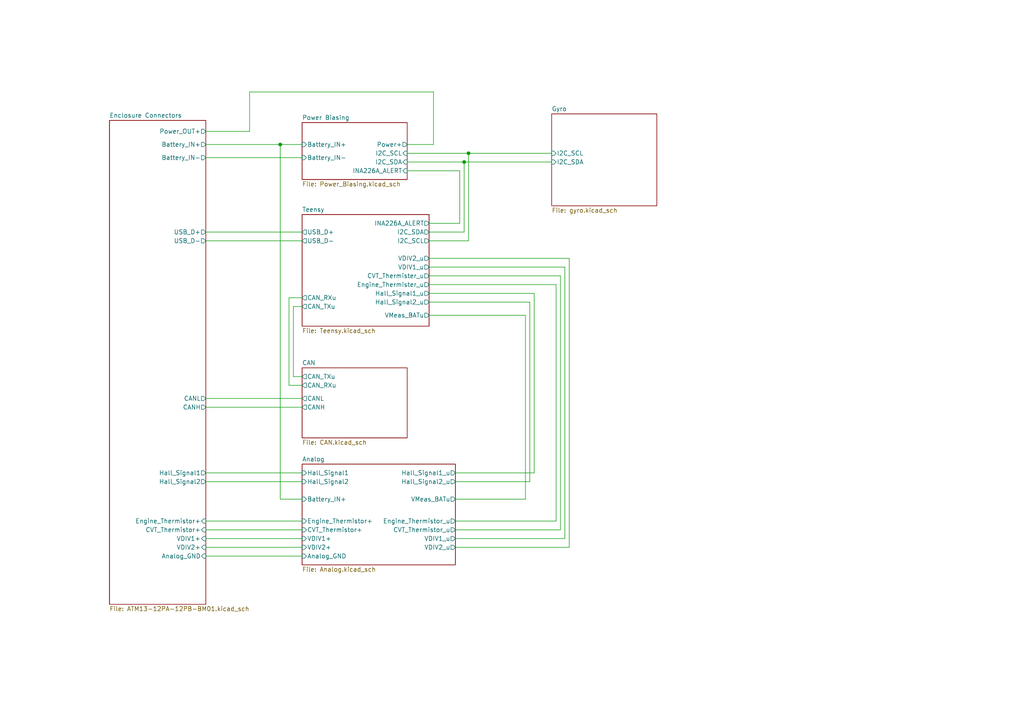
<source format=kicad_sch>
(kicad_sch
	(version 20231120)
	(generator "eeschema")
	(generator_version "8.0")
	(uuid "11737956-c422-45b5-a9a0-ee63a853502c")
	(paper "A4")
	(title_block
		(title "TeensyDAQ")
		(date "2025-01-04")
		(rev "0")
		(company "Tommie Motorsports")
	)
	(lib_symbols)
	(junction
		(at 134.62 46.99)
		(diameter 0)
		(color 0 0 0 0)
		(uuid "02fbbc0d-4b2e-44e3-91b3-2336a6cbba41")
	)
	(junction
		(at 81.28 41.91)
		(diameter 0)
		(color 0 0 0 0)
		(uuid "7da7c1cd-15a0-45f3-9ff8-6c2bd8fe333e")
	)
	(junction
		(at 135.89 44.45)
		(diameter 0)
		(color 0 0 0 0)
		(uuid "a7fa5a48-5431-4584-95f9-cd2d1199f578")
	)
	(wire
		(pts
			(xy 133.35 49.53) (xy 118.11 49.53)
		)
		(stroke
			(width 0)
			(type default)
		)
		(uuid "09762910-6505-4e3a-b90b-96a1aa95f56a")
	)
	(wire
		(pts
			(xy 85.09 109.22) (xy 87.63 109.22)
		)
		(stroke
			(width 0)
			(type default)
		)
		(uuid "1112a2db-86e4-4ca7-b257-bbe0dddc49d3")
	)
	(wire
		(pts
			(xy 153.67 87.63) (xy 153.67 139.7)
		)
		(stroke
			(width 0)
			(type default)
		)
		(uuid "14da60ea-c5f3-4f2f-97b2-66b7d6a09f95")
	)
	(wire
		(pts
			(xy 152.4 144.78) (xy 152.4 91.44)
		)
		(stroke
			(width 0)
			(type default)
		)
		(uuid "1bfd4ab2-65be-4d4d-92a1-aa2358330c86")
	)
	(wire
		(pts
			(xy 161.29 82.55) (xy 161.29 151.13)
		)
		(stroke
			(width 0)
			(type default)
		)
		(uuid "1c1aca25-b76d-4b12-a402-514b8275e450")
	)
	(wire
		(pts
			(xy 59.69 156.21) (xy 87.63 156.21)
		)
		(stroke
			(width 0)
			(type default)
		)
		(uuid "2207468b-ed21-4c85-be55-e7c2a3adccd7")
	)
	(wire
		(pts
			(xy 81.28 144.78) (xy 81.28 41.91)
		)
		(stroke
			(width 0)
			(type default)
		)
		(uuid "2714c778-f142-42e0-8a15-46fa97dc1eb3")
	)
	(wire
		(pts
			(xy 134.62 46.99) (xy 160.02 46.99)
		)
		(stroke
			(width 0)
			(type default)
		)
		(uuid "29b94ffb-da4e-4555-9eff-4bae0c244db1")
	)
	(wire
		(pts
			(xy 59.69 161.29) (xy 87.63 161.29)
		)
		(stroke
			(width 0)
			(type default)
		)
		(uuid "2b916b30-a798-45ea-af66-ca499cd5bd01")
	)
	(wire
		(pts
			(xy 154.94 137.16) (xy 154.94 85.09)
		)
		(stroke
			(width 0)
			(type default)
		)
		(uuid "3037e9ed-a613-42c8-956d-55db64d870a9")
	)
	(wire
		(pts
			(xy 132.08 158.75) (xy 165.1 158.75)
		)
		(stroke
			(width 0)
			(type default)
		)
		(uuid "39d611b1-c755-43e7-9329-eae88132e670")
	)
	(wire
		(pts
			(xy 124.46 82.55) (xy 161.29 82.55)
		)
		(stroke
			(width 0)
			(type default)
		)
		(uuid "3afd3b7f-acca-4f20-9125-78109d305803")
	)
	(wire
		(pts
			(xy 124.46 77.47) (xy 163.83 77.47)
		)
		(stroke
			(width 0)
			(type default)
		)
		(uuid "3f9c592d-58d4-490c-b8c5-f2bbbdc48ee9")
	)
	(wire
		(pts
			(xy 59.69 69.85) (xy 87.63 69.85)
		)
		(stroke
			(width 0)
			(type default)
		)
		(uuid "479343e7-f7a4-4c21-adf6-6ec51a224176")
	)
	(wire
		(pts
			(xy 87.63 86.36) (xy 83.82 86.36)
		)
		(stroke
			(width 0)
			(type default)
		)
		(uuid "48fc77a4-2030-435e-844a-a6dc8e7ec725")
	)
	(wire
		(pts
			(xy 59.69 41.91) (xy 81.28 41.91)
		)
		(stroke
			(width 0)
			(type default)
		)
		(uuid "4f5bb518-b738-424d-9900-93b04610768c")
	)
	(wire
		(pts
			(xy 59.69 38.1) (xy 72.39 38.1)
		)
		(stroke
			(width 0)
			(type default)
		)
		(uuid "53b757ea-7271-417c-8f42-4f2bbe6ae01b")
	)
	(wire
		(pts
			(xy 118.11 46.99) (xy 134.62 46.99)
		)
		(stroke
			(width 0)
			(type default)
		)
		(uuid "5411bfee-f778-495d-8f2d-50e8a5444ffc")
	)
	(wire
		(pts
			(xy 59.69 118.11) (xy 87.63 118.11)
		)
		(stroke
			(width 0)
			(type default)
		)
		(uuid "541cf35e-7781-4592-b829-c47b9d0f76ce")
	)
	(wire
		(pts
			(xy 59.69 67.31) (xy 87.63 67.31)
		)
		(stroke
			(width 0)
			(type default)
		)
		(uuid "5598218c-c314-4a84-acd0-020523db847a")
	)
	(wire
		(pts
			(xy 124.46 69.85) (xy 135.89 69.85)
		)
		(stroke
			(width 0)
			(type default)
		)
		(uuid "64c60698-d617-48a4-9637-68ac963cb70b")
	)
	(wire
		(pts
			(xy 59.69 115.57) (xy 87.63 115.57)
		)
		(stroke
			(width 0)
			(type default)
		)
		(uuid "67908a61-3265-42d8-8676-1c68011a3909")
	)
	(wire
		(pts
			(xy 59.69 158.75) (xy 87.63 158.75)
		)
		(stroke
			(width 0)
			(type default)
		)
		(uuid "6b7d6ab0-2e0c-443d-a6d5-9034987a1665")
	)
	(wire
		(pts
			(xy 125.73 41.91) (xy 118.11 41.91)
		)
		(stroke
			(width 0)
			(type default)
		)
		(uuid "6bcf2285-ada6-4611-ba2f-2fc97ca59b6b")
	)
	(wire
		(pts
			(xy 132.08 137.16) (xy 154.94 137.16)
		)
		(stroke
			(width 0)
			(type default)
		)
		(uuid "6bd1ad3b-b1f6-4d31-87e4-3ded95e37871")
	)
	(wire
		(pts
			(xy 83.82 111.76) (xy 87.63 111.76)
		)
		(stroke
			(width 0)
			(type default)
		)
		(uuid "6ce2d84b-66db-46b2-94fe-d3bf44230cc9")
	)
	(wire
		(pts
			(xy 132.08 144.78) (xy 152.4 144.78)
		)
		(stroke
			(width 0)
			(type default)
		)
		(uuid "6d84ba45-2b69-4696-9e5c-9f984181ecad")
	)
	(wire
		(pts
			(xy 59.69 45.72) (xy 87.63 45.72)
		)
		(stroke
			(width 0)
			(type default)
		)
		(uuid "709048fd-4cbf-4209-b485-eadcff09b6b8")
	)
	(wire
		(pts
			(xy 134.62 46.99) (xy 134.62 67.31)
		)
		(stroke
			(width 0)
			(type default)
		)
		(uuid "7246cd52-9212-4cef-a293-6e2817058309")
	)
	(wire
		(pts
			(xy 59.69 153.67) (xy 87.63 153.67)
		)
		(stroke
			(width 0)
			(type default)
		)
		(uuid "7bd7b519-19b6-4727-bef8-a0f4b2e6c03f")
	)
	(wire
		(pts
			(xy 133.35 64.77) (xy 133.35 49.53)
		)
		(stroke
			(width 0)
			(type default)
		)
		(uuid "8cb43dc4-fed2-49e5-b625-c9514812cba1")
	)
	(wire
		(pts
			(xy 132.08 153.67) (xy 162.56 153.67)
		)
		(stroke
			(width 0)
			(type default)
		)
		(uuid "90b261fe-054e-40bf-ab39-406ef535f860")
	)
	(wire
		(pts
			(xy 87.63 144.78) (xy 81.28 144.78)
		)
		(stroke
			(width 0)
			(type default)
		)
		(uuid "90c8971e-3a57-4286-9063-f077437c47b4")
	)
	(wire
		(pts
			(xy 59.69 137.16) (xy 87.63 137.16)
		)
		(stroke
			(width 0)
			(type default)
		)
		(uuid "99938c06-47e6-4f10-bce5-d3fd52886f7d")
	)
	(wire
		(pts
			(xy 165.1 74.93) (xy 124.46 74.93)
		)
		(stroke
			(width 0)
			(type default)
		)
		(uuid "9cb5daf6-4ea0-4713-813c-234b6e399059")
	)
	(wire
		(pts
			(xy 135.89 44.45) (xy 118.11 44.45)
		)
		(stroke
			(width 0)
			(type default)
		)
		(uuid "9fa2f20e-831b-466c-ba18-8d726fef67c1")
	)
	(wire
		(pts
			(xy 83.82 86.36) (xy 83.82 111.76)
		)
		(stroke
			(width 0)
			(type default)
		)
		(uuid "a68476cb-f56d-4157-8a43-70ec1b133f09")
	)
	(wire
		(pts
			(xy 81.28 41.91) (xy 87.63 41.91)
		)
		(stroke
			(width 0)
			(type default)
		)
		(uuid "aa147d79-727a-4518-a456-9e004ee8ce57")
	)
	(wire
		(pts
			(xy 59.69 151.13) (xy 87.63 151.13)
		)
		(stroke
			(width 0)
			(type default)
		)
		(uuid "aa7faa7c-b9e7-429c-8014-e1e061cf4635")
	)
	(wire
		(pts
			(xy 165.1 158.75) (xy 165.1 74.93)
		)
		(stroke
			(width 0)
			(type default)
		)
		(uuid "aba5bfe5-535d-47d4-b426-313eeb3fa239")
	)
	(wire
		(pts
			(xy 163.83 77.47) (xy 163.83 156.21)
		)
		(stroke
			(width 0)
			(type default)
		)
		(uuid "ad61bec8-5412-4d54-aee8-38287ca74304")
	)
	(wire
		(pts
			(xy 163.83 156.21) (xy 132.08 156.21)
		)
		(stroke
			(width 0)
			(type default)
		)
		(uuid "b165234b-4ff6-4ef3-a949-a6a08bfe07a9")
	)
	(wire
		(pts
			(xy 125.73 26.67) (xy 125.73 41.91)
		)
		(stroke
			(width 0)
			(type default)
		)
		(uuid "b567af38-2bde-4f1f-aba5-c14e45061ee3")
	)
	(wire
		(pts
			(xy 85.09 88.9) (xy 85.09 109.22)
		)
		(stroke
			(width 0)
			(type default)
		)
		(uuid "b625ee4a-994d-4a9e-9092-09a87fa00369")
	)
	(wire
		(pts
			(xy 134.62 67.31) (xy 124.46 67.31)
		)
		(stroke
			(width 0)
			(type default)
		)
		(uuid "b98dd7af-de67-49a5-a39d-a871474edcf6")
	)
	(wire
		(pts
			(xy 124.46 85.09) (xy 154.94 85.09)
		)
		(stroke
			(width 0)
			(type default)
		)
		(uuid "ba933eb3-bf28-42ff-bb93-2b6f58dd9201")
	)
	(wire
		(pts
			(xy 124.46 64.77) (xy 133.35 64.77)
		)
		(stroke
			(width 0)
			(type default)
		)
		(uuid "bae15bc2-17f8-48db-b7eb-0f2ebc122f6f")
	)
	(wire
		(pts
			(xy 124.46 87.63) (xy 153.67 87.63)
		)
		(stroke
			(width 0)
			(type default)
		)
		(uuid "c75a9620-2fe0-4913-9726-0ab3e6d0a376")
	)
	(wire
		(pts
			(xy 59.69 139.7) (xy 87.63 139.7)
		)
		(stroke
			(width 0)
			(type default)
		)
		(uuid "c8cd1f9d-b4be-4834-bf08-7a61d1cd300b")
	)
	(wire
		(pts
			(xy 72.39 38.1) (xy 72.39 26.67)
		)
		(stroke
			(width 0)
			(type default)
		)
		(uuid "cd9703f0-4d96-4023-8775-30b2a0e573a1")
	)
	(wire
		(pts
			(xy 135.89 44.45) (xy 160.02 44.45)
		)
		(stroke
			(width 0)
			(type default)
		)
		(uuid "d87726ec-2499-42ad-ba50-bfd0d1016ddb")
	)
	(wire
		(pts
			(xy 135.89 69.85) (xy 135.89 44.45)
		)
		(stroke
			(width 0)
			(type default)
		)
		(uuid "e7f60651-1de3-4847-90bc-3100e618becc")
	)
	(wire
		(pts
			(xy 161.29 151.13) (xy 132.08 151.13)
		)
		(stroke
			(width 0)
			(type default)
		)
		(uuid "ea09ae6c-28d5-40b7-be4e-e064bb384b9e")
	)
	(wire
		(pts
			(xy 72.39 26.67) (xy 125.73 26.67)
		)
		(stroke
			(width 0)
			(type default)
		)
		(uuid "ee128246-428b-4889-8c88-2eca6306d5e9")
	)
	(wire
		(pts
			(xy 153.67 139.7) (xy 132.08 139.7)
		)
		(stroke
			(width 0)
			(type default)
		)
		(uuid "f7d98ead-7953-420a-bed5-b812d07d11fa")
	)
	(wire
		(pts
			(xy 124.46 91.44) (xy 152.4 91.44)
		)
		(stroke
			(width 0)
			(type default)
		)
		(uuid "f861a0e0-b2fd-4e8a-9a61-285a32d54ccb")
	)
	(wire
		(pts
			(xy 162.56 153.67) (xy 162.56 80.01)
		)
		(stroke
			(width 0)
			(type default)
		)
		(uuid "ff08e659-ebb3-4581-a5bf-4064863fcfee")
	)
	(wire
		(pts
			(xy 87.63 88.9) (xy 85.09 88.9)
		)
		(stroke
			(width 0)
			(type default)
		)
		(uuid "ff2ba5b8-f70d-46d9-b040-2cea17404fa1")
	)
	(wire
		(pts
			(xy 162.56 80.01) (xy 124.46 80.01)
		)
		(stroke
			(width 0)
			(type default)
		)
		(uuid "ff64abef-ce15-4d5c-8ba8-463c27f8dd64")
	)
	(sheet
		(at 87.63 106.68)
		(size 30.48 20.32)
		(fields_autoplaced yes)
		(stroke
			(width 0.1524)
			(type solid)
		)
		(fill
			(color 0 0 0 0.0000)
		)
		(uuid "0f2f77fc-00e9-40fa-a5cc-7ba39dc1577b")
		(property "Sheetname" "CAN"
			(at 87.63 105.9684 0)
			(effects
				(font
					(size 1.27 1.27)
				)
				(justify left bottom)
			)
		)
		(property "Sheetfile" "CAN.kicad_sch"
			(at 87.63 127.5846 0)
			(effects
				(font
					(size 1.27 1.27)
				)
				(justify left top)
			)
		)
		(pin "CAN_TXu" output
			(at 87.63 109.22 180)
			(effects
				(font
					(size 1.27 1.27)
				)
				(justify left)
			)
			(uuid "4447c46b-1f6c-4232-9e37-826a4237d580")
		)
		(pin "CAN_RXu" output
			(at 87.63 111.76 180)
			(effects
				(font
					(size 1.27 1.27)
				)
				(justify left)
			)
			(uuid "4ee9141b-33b5-478d-860a-a3608fe68725")
		)
		(pin "CANL" output
			(at 87.63 115.57 180)
			(effects
				(font
					(size 1.27 1.27)
				)
				(justify left)
			)
			(uuid "04ba8897-7d0c-47d3-a74a-d874c4f97be6")
		)
		(pin "CANH" output
			(at 87.63 118.11 180)
			(effects
				(font
					(size 1.27 1.27)
				)
				(justify left)
			)
			(uuid "8206a018-09e6-43b3-b999-40678a5dc472")
		)
		(instances
			(project "TeensyDAQ_REV0"
				(path "/11737956-c422-45b5-a9a0-ee63a853502c"
					(page "6")
				)
			)
		)
	)
	(sheet
		(at 31.75 34.925)
		(size 27.94 140.335)
		(fields_autoplaced yes)
		(stroke
			(width 0.1524)
			(type solid)
		)
		(fill
			(color 0 0 0 0.0000)
		)
		(uuid "36af939c-a039-4370-9390-49414daba697")
		(property "Sheetname" "Enclosure Connectors"
			(at 31.75 34.2134 0)
			(effects
				(font
					(size 1.27 1.27)
				)
				(justify left bottom)
			)
		)
		(property "Sheetfile" "ATM13-12PA-12PB-BM01.kicad_sch"
			(at 31.75 175.8446 0)
			(effects
				(font
					(size 1.27 1.27)
				)
				(justify left top)
			)
		)
		(pin "Battery_IN-" output
			(at 59.69 45.72 0)
			(effects
				(font
					(size 1.27 1.27)
				)
				(justify right)
			)
			(uuid "068461f0-0223-46c5-806a-3ec754b3cbec")
		)
		(pin "Battery_IN+" output
			(at 59.69 41.91 0)
			(effects
				(font
					(size 1.27 1.27)
				)
				(justify right)
			)
			(uuid "df26a4f5-3742-4434-bf34-1dbea4c2169a")
		)
		(pin "CANH" output
			(at 59.69 118.11 0)
			(effects
				(font
					(size 1.27 1.27)
				)
				(justify right)
			)
			(uuid "4737ac57-3caa-4597-bf58-c089cf6dbcd6")
		)
		(pin "CANL" output
			(at 59.69 115.57 0)
			(effects
				(font
					(size 1.27 1.27)
				)
				(justify right)
			)
			(uuid "b00a0e7e-0ef8-42b1-8205-189624249884")
		)
		(pin "Hall_Signal1" output
			(at 59.69 137.16 0)
			(effects
				(font
					(size 1.27 1.27)
				)
				(justify right)
			)
			(uuid "8c7fde1f-9af5-4640-a7c0-d4b72e0aa1b4")
		)
		(pin "Hall_Signal2" output
			(at 59.69 139.7 0)
			(effects
				(font
					(size 1.27 1.27)
				)
				(justify right)
			)
			(uuid "a33de46d-12d7-4319-ba50-4557106e4c3e")
		)
		(pin "Power_OUT+" output
			(at 59.69 38.1 0)
			(effects
				(font
					(size 1.27 1.27)
				)
				(justify right)
			)
			(uuid "be6c8643-f021-4812-b047-76b216409e15")
		)
		(pin "USB_D+" output
			(at 59.69 67.31 0)
			(effects
				(font
					(size 1.27 1.27)
				)
				(justify right)
			)
			(uuid "3825bec6-4ee3-4162-82b3-812d445e0247")
		)
		(pin "USB_D-" output
			(at 59.69 69.85 0)
			(effects
				(font
					(size 1.27 1.27)
				)
				(justify right)
			)
			(uuid "fc4624a7-0152-4c0c-bd3f-cded64e059ea")
		)
		(pin "Analog_GND" input
			(at 59.69 161.29 0)
			(effects
				(font
					(size 1.27 1.27)
				)
				(justify right)
			)
			(uuid "9d18de47-9c1b-4e8e-b935-a54b0c050174")
		)
		(pin "CVT_Thermistor+" input
			(at 59.69 153.67 0)
			(effects
				(font
					(size 1.27 1.27)
				)
				(justify right)
			)
			(uuid "931a5312-d251-4138-96e7-ca455c58d4ff")
		)
		(pin "Engine_Thermistor+" input
			(at 59.69 151.13 0)
			(effects
				(font
					(size 1.27 1.27)
				)
				(justify right)
			)
			(uuid "a1940a4f-f3e4-4c80-b434-d04ac01d7865")
		)
		(pin "VDIV1+" input
			(at 59.69 156.21 0)
			(effects
				(font
					(size 1.27 1.27)
				)
				(justify right)
			)
			(uuid "6f19cc90-7cc7-486e-b27e-3529c287db17")
		)
		(pin "VDIV2+" input
			(at 59.69 158.75 0)
			(effects
				(font
					(size 1.27 1.27)
				)
				(justify right)
			)
			(uuid "3c0ebc7b-7a53-4fc8-b05a-cf8dad6f7cfd")
		)
		(instances
			(project "TeensyDAQ_REV0"
				(path "/11737956-c422-45b5-a9a0-ee63a853502c"
					(page "2")
				)
			)
		)
	)
	(sheet
		(at 87.63 62.23)
		(size 36.83 32.385)
		(fields_autoplaced yes)
		(stroke
			(width 0.1524)
			(type solid)
		)
		(fill
			(color 0 0 0 0.0000)
		)
		(uuid "4651bb00-db7c-4b47-b2b6-50257ebe21e6")
		(property "Sheetname" "Teensy"
			(at 87.63 61.5184 0)
			(effects
				(font
					(size 1.27 1.27)
				)
				(justify left bottom)
			)
		)
		(property "Sheetfile" "Teensy.kicad_sch"
			(at 87.63 95.1996 0)
			(effects
				(font
					(size 1.27 1.27)
				)
				(justify left top)
			)
		)
		(pin "VMeas_BATu" output
			(at 124.46 91.44 0)
			(effects
				(font
					(size 1.27 1.27)
				)
				(justify right)
			)
			(uuid "cafd48e7-2da7-4f9d-93c8-b6d694913d00")
		)
		(pin "Hall_Signal1_u" output
			(at 124.46 85.09 0)
			(effects
				(font
					(size 1.27 1.27)
				)
				(justify right)
			)
			(uuid "2afb6012-98f1-478d-b294-5f5829989e60")
		)
		(pin "Hall_Signal2_u" output
			(at 124.46 87.63 0)
			(effects
				(font
					(size 1.27 1.27)
				)
				(justify right)
			)
			(uuid "4c4239af-cad4-41fd-b9c2-1ec1a57ad39a")
		)
		(pin "CAN_RXu" output
			(at 87.63 86.36 180)
			(effects
				(font
					(size 1.27 1.27)
				)
				(justify left)
			)
			(uuid "4b258664-b940-4c6e-823f-7aa607768b1e")
		)
		(pin "CAN_TXu" output
			(at 87.63 88.9 180)
			(effects
				(font
					(size 1.27 1.27)
				)
				(justify left)
			)
			(uuid "fbfe1b0e-afb8-4b13-86f0-eb31298f4d34")
		)
		(pin "USB_D-" output
			(at 87.63 69.85 180)
			(effects
				(font
					(size 1.27 1.27)
				)
				(justify left)
			)
			(uuid "dd1090da-88e3-4d6f-b619-69f40079979b")
		)
		(pin "USB_D+" output
			(at 87.63 67.31 180)
			(effects
				(font
					(size 1.27 1.27)
				)
				(justify left)
			)
			(uuid "77ed62fc-f3a1-4f42-9281-5976cbc2a08a")
		)
		(pin "VDIV1_u" output
			(at 124.46 77.47 0)
			(effects
				(font
					(size 1.27 1.27)
				)
				(justify right)
			)
			(uuid "0ec5e78c-2ec5-4338-9e17-beda195b0811")
		)
		(pin "Engine_Thermister_u" output
			(at 124.46 82.55 0)
			(effects
				(font
					(size 1.27 1.27)
				)
				(justify right)
			)
			(uuid "13f038e8-629a-48f8-bc28-038cd67733c0")
		)
		(pin "CVT_Thermister_u" output
			(at 124.46 80.01 0)
			(effects
				(font
					(size 1.27 1.27)
				)
				(justify right)
			)
			(uuid "246a2d73-e4b0-45b0-817c-6c41092156eb")
		)
		(pin "VDIV2_u" output
			(at 124.46 74.93 0)
			(effects
				(font
					(size 1.27 1.27)
				)
				(justify right)
			)
			(uuid "dea347b7-0619-4469-8f46-7a9247360795")
		)
		(pin "I2C_SDA" output
			(at 124.46 67.31 0)
			(effects
				(font
					(size 1.27 1.27)
				)
				(justify right)
			)
			(uuid "23a563c5-2edf-4df8-a4f5-883f94ee733d")
		)
		(pin "I2C_SCL" output
			(at 124.46 69.85 0)
			(effects
				(font
					(size 1.27 1.27)
				)
				(justify right)
			)
			(uuid "acee63c1-2e64-40e2-860d-a9e07914406b")
		)
		(pin "INA226A_ALERT" output
			(at 124.46 64.77 0)
			(effects
				(font
					(size 1.27 1.27)
				)
				(justify right)
			)
			(uuid "720c04e6-a994-4fa2-a0f9-3deb792061c4")
		)
		(instances
			(project "TeensyDAQ_REV0"
				(path "/11737956-c422-45b5-a9a0-ee63a853502c"
					(page "3")
				)
			)
		)
	)
	(sheet
		(at 87.63 35.56)
		(size 30.48 16.51)
		(fields_autoplaced yes)
		(stroke
			(width 0.1524)
			(type solid)
		)
		(fill
			(color 0 0 0 0.0000)
		)
		(uuid "91dc7722-8943-479b-9672-11a66c9c8ce6")
		(property "Sheetname" "Power Biasing"
			(at 87.63 34.8484 0)
			(effects
				(font
					(size 1.27 1.27)
				)
				(justify left bottom)
			)
		)
		(property "Sheetfile" "Power_Biasing.kicad_sch"
			(at 87.63 52.6546 0)
			(effects
				(font
					(size 1.27 1.27)
				)
				(justify left top)
			)
		)
		(pin "Battery_IN+" input
			(at 87.63 41.91 180)
			(effects
				(font
					(size 1.27 1.27)
				)
				(justify left)
			)
			(uuid "22e2c9ab-9617-4f7a-8947-11f93106c72e")
		)
		(pin "Battery_IN-" input
			(at 87.63 45.72 180)
			(effects
				(font
					(size 1.27 1.27)
				)
				(justify left)
			)
			(uuid "40fa82a0-c952-469f-a0a1-5f0a5f074fdd")
		)
		(pin "Power+" output
			(at 118.11 41.91 0)
			(effects
				(font
					(size 1.27 1.27)
				)
				(justify right)
			)
			(uuid "ccc50645-d439-4734-9ae0-4ca0b6c551cd")
		)
		(pin "INA226A_ALERT" input
			(at 118.11 49.53 0)
			(effects
				(font
					(size 1.27 1.27)
				)
				(justify right)
			)
			(uuid "8c420a22-d0e0-46d5-a208-a7140423da38")
		)
		(pin "I2C_SCL" input
			(at 118.11 44.45 0)
			(effects
				(font
					(size 1.27 1.27)
				)
				(justify right)
			)
			(uuid "7bdd0917-d7ca-4c22-9887-289d25d39e61")
		)
		(pin "I2C_SDA" input
			(at 118.11 46.99 0)
			(effects
				(font
					(size 1.27 1.27)
				)
				(justify right)
			)
			(uuid "8608c044-57f0-4f04-a89c-4e9c9cfc3f09")
		)
		(instances
			(project "TeensyDAQ_REV0"
				(path "/11737956-c422-45b5-a9a0-ee63a853502c"
					(page "4")
				)
			)
		)
	)
	(sheet
		(at 87.63 134.62)
		(size 44.45 29.21)
		(fields_autoplaced yes)
		(stroke
			(width 0.1524)
			(type solid)
		)
		(fill
			(color 0 0 0 0.0000)
		)
		(uuid "c3da58cd-cab8-4f7e-a189-a7bcb64c8919")
		(property "Sheetname" "Analog"
			(at 87.63 133.9084 0)
			(effects
				(font
					(size 1.27 1.27)
				)
				(justify left bottom)
			)
		)
		(property "Sheetfile" "Analog.kicad_sch"
			(at 87.63 164.4146 0)
			(effects
				(font
					(size 1.27 1.27)
				)
				(justify left top)
			)
		)
		(pin "Hall_Signal1" input
			(at 87.63 137.16 180)
			(effects
				(font
					(size 1.27 1.27)
				)
				(justify left)
			)
			(uuid "49a50d96-48d5-4cf7-91ec-70c92d973e58")
		)
		(pin "Hall_Signal2" input
			(at 87.63 139.7 180)
			(effects
				(font
					(size 1.27 1.27)
				)
				(justify left)
			)
			(uuid "dad6be76-e821-4e98-a397-fcf2cc39b42a")
		)
		(pin "Hall_Signal1_u" output
			(at 132.08 137.16 0)
			(effects
				(font
					(size 1.27 1.27)
				)
				(justify right)
			)
			(uuid "56f7140b-c3e2-4213-b68b-91545bcf2b5e")
		)
		(pin "Hall_Signal2_u" output
			(at 132.08 139.7 0)
			(effects
				(font
					(size 1.27 1.27)
				)
				(justify right)
			)
			(uuid "09c7bb2f-2895-4225-97b8-112dfbd2471c")
		)
		(pin "VMeas_BATu" output
			(at 132.08 144.78 0)
			(effects
				(font
					(size 1.27 1.27)
				)
				(justify right)
			)
			(uuid "5a5fc249-4462-4258-986f-9d88c2b45f3d")
		)
		(pin "Battery_IN+" input
			(at 87.63 144.78 180)
			(effects
				(font
					(size 1.27 1.27)
				)
				(justify left)
			)
			(uuid "771e64b5-3286-4abe-9f37-9e75c016cda1")
		)
		(pin "VDIV1_u" output
			(at 132.08 156.21 0)
			(effects
				(font
					(size 1.27 1.27)
				)
				(justify right)
			)
			(uuid "de7f8f92-9658-4165-b0fa-13b316ec826e")
		)
		(pin "VDIV1+" input
			(at 87.63 156.21 180)
			(effects
				(font
					(size 1.27 1.27)
				)
				(justify left)
			)
			(uuid "4e6cc457-d704-4476-b41b-2b394c30737d")
		)
		(pin "Analog_GND" input
			(at 87.63 161.29 180)
			(effects
				(font
					(size 1.27 1.27)
				)
				(justify left)
			)
			(uuid "b9c14fd4-18f8-4a92-8960-6ddcf460bb66")
		)
		(pin "CVT_Thermistor+" input
			(at 87.63 153.67 180)
			(effects
				(font
					(size 1.27 1.27)
				)
				(justify left)
			)
			(uuid "1447c5ec-357e-4b17-819d-95c9790707e1")
		)
		(pin "CVT_Thermistor_u" output
			(at 132.08 153.67 0)
			(effects
				(font
					(size 1.27 1.27)
				)
				(justify right)
			)
			(uuid "92353087-2566-4105-b5ea-4ac7740e8383")
		)
		(pin "Engine_Thermistor_u" output
			(at 132.08 151.13 0)
			(effects
				(font
					(size 1.27 1.27)
				)
				(justify right)
			)
			(uuid "65c38d19-7b16-4d59-8ee1-c1a7aa38bd5d")
		)
		(pin "Engine_Thermistor+" input
			(at 87.63 151.13 180)
			(effects
				(font
					(size 1.27 1.27)
				)
				(justify left)
			)
			(uuid "0cf3e94f-5d42-48e4-b80c-66a67773a3cf")
		)
		(pin "VDIV2+" input
			(at 87.63 158.75 180)
			(effects
				(font
					(size 1.27 1.27)
				)
				(justify left)
			)
			(uuid "f3e8d760-8293-425b-b3d3-c04238a308fc")
		)
		(pin "VDIV2_u" output
			(at 132.08 158.75 0)
			(effects
				(font
					(size 1.27 1.27)
				)
				(justify right)
			)
			(uuid "5c11d736-266a-454a-afbc-3644ec933484")
		)
		(instances
			(project "TeensyDAQ_REV0"
				(path "/11737956-c422-45b5-a9a0-ee63a853502c"
					(page "7")
				)
			)
		)
	)
	(sheet
		(at 160.02 33.02)
		(size 30.48 26.67)
		(fields_autoplaced yes)
		(stroke
			(width 0.1524)
			(type solid)
		)
		(fill
			(color 0 0 0 0.0000)
		)
		(uuid "e51e5548-bed6-415c-b974-a640cc587c0f")
		(property "Sheetname" "Gyro"
			(at 160.02 32.3084 0)
			(effects
				(font
					(size 1.27 1.27)
				)
				(justify left bottom)
			)
		)
		(property "Sheetfile" "gyro.kicad_sch"
			(at 160.02 60.2746 0)
			(effects
				(font
					(size 1.27 1.27)
				)
				(justify left top)
			)
		)
		(pin "I2C_SCL" input
			(at 160.02 44.45 180)
			(effects
				(font
					(size 1.27 1.27)
				)
				(justify left)
			)
			(uuid "63d30de2-c3ed-49f3-a439-bc00e3322ea9")
		)
		(pin "I2C_SDA" input
			(at 160.02 46.99 180)
			(effects
				(font
					(size 1.27 1.27)
				)
				(justify left)
			)
			(uuid "45093e0c-49f4-4975-acbd-3bd9b357b170")
		)
		(instances
			(project "TeensyDAQ_REV0"
				(path "/11737956-c422-45b5-a9a0-ee63a853502c"
					(page "7")
				)
			)
		)
	)
	(sheet_instances
		(path "/"
			(page "1")
		)
	)
)

</source>
